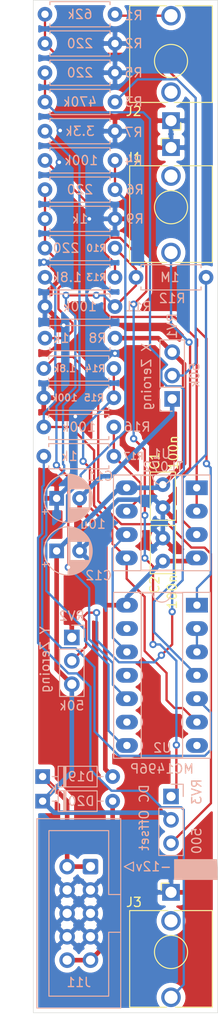
<source format=kicad_pcb>
(kicad_pcb (version 20171130) (host pcbnew "(5.1.9-0-10_14)")
  (layers (0 F.Cu signal) (31 B.Cu signal) (34 B.Paste user) (35 F.Paste user) (36 B.SilkS user) (37 F.SilkS user) (38 B.Mask user) (39 F.Mask user) (44 Edge.Cuts user))
  (net 0 "")
  (net 1 +12V)
  (net 2 Earth)
  (net 3 -12V)
  (net 4 "Net-(D19-Pad1)")
  (net 5 "Net-(D20-Pad2)")
  (net 6 "Net-(J1-PadT)")
  (net 7 "Net-(J2-PadT)")
  (net 8 "Net-(J3-PadT)")
  (net 9 "Net-(R1-Pad1)")
  (net 10 "Net-(R3-Pad2)")
  (net 11 "Net-(R3-Pad1)")
  (net 12 "Net-(R4-Pad2)")
  (net 13 "Net-(R4-Pad1)")
  (net 14 "Net-(R10-Pad2)")
  (net 15 "Net-(R7-Pad1)")
  (net 16 "Net-(R10-Pad1)")
  (net 17 "Net-(R12-Pad1)")
  (net 18 "Net-(R13-Pad2)")
  (net 19 "Net-(R13-Pad1)")
  (net 20 "Net-(R14-Pad2)")
  (net 21 "Net-(R14-Pad1)")
  (net 22 "Net-(R16-Pad1)")
  (net 23 "Net-(U2-Pad2)")
  (module Package_DIP:DIP-14_W7.62mm_Socket_LongPads (layer B.Cu) (at 152.0444 105.2068 180)
    (fp_text reference U2 (at 3.7592 -15.494) (layer B.SilkS) (effects (justify mirror)))
    (fp_text value MC1496P (at 3.81 -17.78 180) (layer B.SilkS) (effects (justify mirror)))
    (pad 14 thru_hole oval (at 7.62 0 180) (size 2.4 1.6) (drill 0.8) (layers *.Cu *.Mask) (net 3 -12V))
    (pad 7 thru_hole oval (at 0 -15.24 180) (size 2.4 1.6) (drill 0.8) (layers *.Cu *.Mask))
    (pad 13 thru_hole oval (at 7.62 -2.54 180) (size 2.4 1.6) (drill 0.8) (layers *.Cu *.Mask))
    (pad 6 thru_hole oval (at 0 -12.7 180) (size 2.4 1.6) (drill 0.8) (layers *.Cu *.Mask) (net 20 "Net-(R14-Pad2)"))
    (pad 12 thru_hole oval (at 7.62 -5.08 180) (size 2.4 1.6) (drill 0.8) (layers *.Cu *.Mask) (net 18 "Net-(R13-Pad2)"))
    (pad 5 thru_hole oval (at 0 -10.16 180) (size 2.4 1.6) (drill 0.8) (layers *.Cu *.Mask) (net 15 "Net-(R7-Pad1)"))
    (pad 11 thru_hole oval (at 7.62 -7.62 180) (size 2.4 1.6) (drill 0.8) (layers *.Cu *.Mask))
    (pad 4 thru_hole oval (at 0 -7.62 180) (size 2.4 1.6) (drill 0.8) (layers *.Cu *.Mask) (net 11 "Net-(R3-Pad1)"))
    (pad 10 thru_hole oval (at 7.62 -10.16 180) (size 2.4 1.6) (drill 0.8) (layers *.Cu *.Mask) (net 16 "Net-(R10-Pad1)"))
    (pad 3 thru_hole oval (at 0 -5.08 180) (size 2.4 1.6) (drill 0.8) (layers *.Cu *.Mask) (net 23 "Net-(U2-Pad2)"))
    (pad 9 thru_hole oval (at 7.62 -12.7 180) (size 2.4 1.6) (drill 0.8) (layers *.Cu *.Mask))
    (pad 2 thru_hole oval (at 0 -2.54 180) (size 2.4 1.6) (drill 0.8) (layers *.Cu *.Mask) (net 23 "Net-(U2-Pad2)"))
    (pad 8 thru_hole oval (at 7.62 -15.24 180) (size 2.4 1.6) (drill 0.8) (layers *.Cu *.Mask) (net 13 "Net-(R4-Pad1)"))
    (pad 1 thru_hole rect (at 0 0 180) (size 2.4 1.6) (drill 0.8) (layers *.Cu *.Mask) (net 9 "Net-(R1-Pad1)"))
  )
  (module Package_DIP:DIP-8_W7.62mm_Socket_LongPads (layer B.Cu) (at 152.019 92.456 180)
    (fp_text reference U1 (at 3.81 3.683) (layer B.SilkS) (effects (justify mirror)))
    (fp_text value TL072 (at 3.683 2.286 180) (layer B.SilkS) (effects (justify mirror)))
    (pad 8 thru_hole oval (at 7.62 0 180) (size 2.4 1.6) (drill 0.8) (layers *.Cu *.Mask) (net 1 +12V))
    (pad 4 thru_hole oval (at 0 -7.62 180) (size 2.4 1.6) (drill 0.8) (layers *.Cu *.Mask) (net 3 -12V))
    (pad 7 thru_hole oval (at 7.62 -2.54 180) (size 2.4 1.6) (drill 0.8) (layers *.Cu *.Mask) (net 22 "Net-(R16-Pad1)"))
    (pad 3 thru_hole oval (at 0 -5.08 180) (size 2.4 1.6) (drill 0.8) (layers *.Cu *.Mask) (net 6 "Net-(J1-PadT)"))
    (pad 6 thru_hole oval (at 7.62 -5.08 180) (size 2.4 1.6) (drill 0.8) (layers *.Cu *.Mask) (net 18 "Net-(R13-Pad2)"))
    (pad 2 thru_hole oval (at 0 -2.54 180) (size 2.4 1.6) (drill 0.8) (layers *.Cu *.Mask) (net 12 "Net-(R4-Pad2)"))
    (pad 5 thru_hole oval (at 7.62 -7.62 180) (size 2.4 1.6) (drill 0.8) (layers *.Cu *.Mask) (net 20 "Net-(R14-Pad2)"))
    (pad 1 thru_hole rect (at 0 0 180) (size 2.4 1.6) (drill 0.8) (layers *.Cu *.Mask) (net 12 "Net-(R4-Pad2)"))
  )
  (module Connector_PinHeader_2.54mm:PinHeader_1x03_P2.54mm_Vertical (layer B.Cu) (at 149.225 125.984 180)
    (fp_text reference RV3 (at -2.794 0.508 90) (layer B.SilkS) (effects (justify mirror)))
    (fp_text value 500 (at -2.794 -4.826 90) (layer B.SilkS) (effects (justify mirror)))
    (pad 3 thru_hole oval (at 0 -5.08 180) (size 1.7 1.7) (drill 1) (layers *.Cu *.Mask) (net 21 "Net-(R14-Pad1)"))
    (pad 2 thru_hole oval (at 0 -2.54 180) (size 1.7 1.7) (drill 1) (layers *.Cu *.Mask) (net 1 +12V))
    (pad 1 thru_hole rect (at 0 0 180) (size 1.7 1.7) (drill 1) (layers *.Cu *.Mask) (net 19 "Net-(R13-Pad1)"))
  )
  (module Connector_PinHeader_2.54mm:PinHeader_1x03_P2.54mm_Vertical (layer B.Cu) (at 138.43 108.712 180)
    (fp_text reference RV2 (at 0 2.33) (layer B.SilkS) (effects (justify mirror)))
    (fp_text value 50k (at 0 -7.41) (layer B.SilkS) (effects (justify mirror)))
    (pad 3 thru_hole oval (at 0 -5.08 180) (size 1.7 1.7) (drill 1) (layers *.Cu *.Mask) (net 1 +12V))
    (pad 2 thru_hole oval (at 0 -2.54 180) (size 1.7 1.7) (drill 1) (layers *.Cu *.Mask) (net 17 "Net-(R12-Pad1)"))
    (pad 1 thru_hole rect (at 0 0 180) (size 1.7 1.7) (drill 1) (layers *.Cu *.Mask) (net 2 Earth))
  )
  (module Connector_PinHeader_2.54mm:PinHeader_1x03_P2.54mm_Vertical (layer B.Cu) (at 149.352 82.804)
    (fp_text reference RV1 (at 0 -7.9248 90) (layer B.SilkS) (effects (justify mirror)))
    (fp_text value 50k (at 2.4384 -2.5908 90) (layer B.SilkS) (effects (justify mirror)))
    (pad 3 thru_hole oval (at 0 -5.08) (size 1.7 1.7) (drill 1) (layers *.Cu *.Mask) (net 1 +12V))
    (pad 2 thru_hole oval (at 0 -2.54) (size 1.7 1.7) (drill 1) (layers *.Cu *.Mask) (net 10 "Net-(R3-Pad2)"))
    (pad 1 thru_hole rect (at 0 0) (size 1.7 1.7) (drill 1) (layers *.Cu *.Mask) (net 3 -12V))
  )
  (module Resistor_THT:R_Axial_DIN0207_L6.3mm_D2.5mm_P7.62mm_Horizontal (layer B.Cu) (at 135.382 89.027)
    (fp_text reference R17 (at 9.779 0) (layer B.SilkS) (effects (font (size 0.75 0.75)) (justify mirror)))
    (fp_text value 1k (at 2.794 0) (layer B.SilkS) (effects (justify mirror)))
    (pad 2 thru_hole oval (at 7.62 0) (size 1.6 1.6) (drill 0.8) (layers *.Cu *.Mask) (net 22 "Net-(R16-Pad1)"))
    (pad 1 thru_hole circle (at 0 0) (size 1.6 1.6) (drill 0.8) (layers *.Cu *.Mask) (net 8 "Net-(J3-PadT)"))
  )
  (module Resistor_THT:R_Axial_DIN0207_L6.3mm_D2.5mm_P7.62mm_Horizontal (layer B.Cu) (at 143.002 85.852 180)
    (fp_text reference R16 (at -2.54 0) (layer B.SilkS) (effects (justify mirror)))
    (fp_text value 100k (at 3.81 0) (layer B.SilkS) (effects (justify mirror)))
    (pad 2 thru_hole oval (at 7.62 0 180) (size 1.6 1.6) (drill 0.8) (layers *.Cu *.Mask) (net 18 "Net-(R13-Pad2)"))
    (pad 1 thru_hole circle (at 0 0 180) (size 1.6 1.6) (drill 0.8) (layers *.Cu *.Mask) (net 22 "Net-(R16-Pad1)"))
  )
  (module Resistor_THT:R_Axial_DIN0207_L6.3mm_D2.5mm_P7.62mm_Horizontal (layer B.Cu) (at 143.002 82.677 180)
    (fp_text reference R15 (at 2.159 0) (layer B.SilkS) (effects (font (size 0.75 0.75)) (justify mirror)))
    (fp_text value 100k (at 5.334 0) (layer B.SilkS) (effects (font (size 0.75 0.75)) (justify mirror)))
    (pad 2 thru_hole oval (at 7.62 0 180) (size 1.6 1.6) (drill 0.8) (layers *.Cu *.Mask) (net 2 Earth))
    (pad 1 thru_hole circle (at 0 0 180) (size 1.6 1.6) (drill 0.8) (layers *.Cu *.Mask) (net 20 "Net-(R14-Pad2)"))
  )
  (module Resistor_THT:R_Axial_DIN0207_L6.3mm_D2.5mm_P7.62mm_Horizontal (layer B.Cu) (at 135.382 79.502)
    (fp_text reference R14 (at 5.588 0) (layer B.SilkS) (effects (font (size 0.75 0.75)) (justify mirror)))
    (fp_text value 1.8k (at 2.286 0) (layer B.SilkS) (effects (font (size 0.75 0.75)) (justify mirror)))
    (pad 2 thru_hole oval (at 7.62 0) (size 1.6 1.6) (drill 0.8) (layers *.Cu *.Mask) (net 20 "Net-(R14-Pad2)"))
    (pad 1 thru_hole circle (at 0 0) (size 1.6 1.6) (drill 0.8) (layers *.Cu *.Mask) (net 21 "Net-(R14-Pad1)"))
  )
  (module Resistor_THT:R_Axial_DIN0207_L6.3mm_D2.5mm_P7.62mm_Horizontal (layer B.Cu) (at 143.129 69.596 180)
    (fp_text reference R13 (at 2.032 0) (layer B.SilkS) (effects (font (size 0.75 0.75)) (justify mirror)))
    (fp_text value 1.8k (at 5.207 0) (layer B.SilkS) (effects (justify mirror)))
    (pad 2 thru_hole oval (at 7.62 0 180) (size 1.6 1.6) (drill 0.8) (layers *.Cu *.Mask) (net 18 "Net-(R13-Pad2)"))
    (pad 1 thru_hole circle (at 0 0 180) (size 1.6 1.6) (drill 0.8) (layers *.Cu *.Mask) (net 19 "Net-(R13-Pad1)"))
  )
  (module Resistor_THT:R_Axial_DIN0207_L6.3mm_D2.5mm_P7.62mm_Horizontal (layer B.Cu) (at 153.035 69.596 180)
    (fp_text reference R12 (at 3.683 -2.286) (layer B.SilkS) (effects (justify mirror)))
    (fp_text value 1M (at 3.937 0) (layer B.SilkS) (effects (justify mirror)))
    (pad 2 thru_hole oval (at 7.62 0 180) (size 1.6 1.6) (drill 0.8) (layers *.Cu *.Mask) (net 16 "Net-(R10-Pad1)"))
    (pad 1 thru_hole circle (at 0 0 180) (size 1.6 1.6) (drill 0.8) (layers *.Cu *.Mask) (net 17 "Net-(R12-Pad1)"))
  )
  (module Resistor_THT:R_Axial_DIN0207_L6.3mm_D2.5mm_P7.62mm_Horizontal (layer B.Cu) (at 143.129 72.771 180)
    (fp_text reference R11 (at -2.54 0) (layer B.SilkS) (effects (justify mirror)))
    (fp_text value 100k (at 3.81 0) (layer B.SilkS) (effects (justify mirror)))
    (pad 2 thru_hole oval (at 7.62 0 180) (size 1.6 1.6) (drill 0.8) (layers *.Cu *.Mask) (net 2 Earth))
    (pad 1 thru_hole circle (at 0 0 180) (size 1.6 1.6) (drill 0.8) (layers *.Cu *.Mask) (net 16 "Net-(R10-Pad1)"))
  )
  (module Resistor_THT:R_Axial_DIN0207_L6.3mm_D2.5mm_P7.62mm_Horizontal (layer B.Cu) (at 143.129 66.421 180)
    (fp_text reference R10 (at 2.032 0) (layer B.SilkS) (effects (font (size 0.75 0.75)) (justify mirror)))
    (fp_text value 220 (at 5.334 0) (layer B.SilkS) (effects (justify mirror)))
    (pad 2 thru_hole oval (at 7.62 0 180) (size 1.6 1.6) (drill 0.8) (layers *.Cu *.Mask) (net 14 "Net-(R10-Pad2)"))
    (pad 1 thru_hole circle (at 0 0 180) (size 1.6 1.6) (drill 0.8) (layers *.Cu *.Mask) (net 16 "Net-(R10-Pad1)"))
  )
  (module Resistor_THT:R_Axial_DIN0207_L6.3mm_D2.5mm_P7.62mm_Horizontal (layer B.Cu) (at 135.509 63.246)
    (fp_text reference R9 (at 9.779 0) (layer B.SilkS) (effects (justify mirror)))
    (fp_text value 1k (at 3.81 0) (layer B.SilkS) (effects (justify mirror)))
    (pad 2 thru_hole oval (at 7.62 0) (size 1.6 1.6) (drill 0.8) (layers *.Cu *.Mask) (net 2 Earth))
    (pad 1 thru_hole circle (at 0 0) (size 1.6 1.6) (drill 0.8) (layers *.Cu *.Mask) (net 14 "Net-(R10-Pad2)"))
  )
  (module Resistor_THT:R_Axial_DIN0207_L6.3mm_D2.5mm_P7.62mm_Horizontal (layer B.Cu) (at 143.129 76.2 180)
    (fp_text reference R8 (at 1.905 0) (layer B.SilkS) (effects (justify mirror)))
    (fp_text value 1k (at 5.842 0) (layer B.SilkS) (effects (justify mirror)))
    (pad 2 thru_hole oval (at 7.62 0 180) (size 1.6 1.6) (drill 0.8) (layers *.Cu *.Mask) (net 14 "Net-(R10-Pad2)"))
    (pad 1 thru_hole circle (at 0 0 180) (size 1.6 1.6) (drill 0.8) (layers *.Cu *.Mask) (net 1 +12V))
  )
  (module Resistor_THT:R_Axial_DIN0207_L6.3mm_D2.5mm_P7.62mm_Horizontal (layer B.Cu) (at 135.509 53.721)
    (fp_text reference R7 (at 9.652 0.127) (layer B.SilkS) (effects (justify mirror)))
    (fp_text value 3.3k (at 3.81 0) (layer B.SilkS) (effects (justify mirror)))
    (pad 2 thru_hole oval (at 7.62 0) (size 1.6 1.6) (drill 0.8) (layers *.Cu *.Mask) (net 2 Earth))
    (pad 1 thru_hole circle (at 0 0) (size 1.6 1.6) (drill 0.8) (layers *.Cu *.Mask) (net 15 "Net-(R7-Pad1)"))
  )
  (module Resistor_THT:R_Axial_DIN0207_L6.3mm_D2.5mm_P7.62mm_Horizontal (layer B.Cu) (at 135.509 60.071)
    (fp_text reference R6 (at 9.779 0) (layer B.SilkS) (effects (justify mirror)))
    (fp_text value 220 (at 3.81 0) (layer B.SilkS) (effects (justify mirror)))
    (pad 2 thru_hole oval (at 7.62 0) (size 1.6 1.6) (drill 0.8) (layers *.Cu *.Mask) (net 13 "Net-(R4-Pad1)"))
    (pad 1 thru_hole circle (at 0 0) (size 1.6 1.6) (drill 0.8) (layers *.Cu *.Mask) (net 14 "Net-(R10-Pad2)"))
  )
  (module Resistor_THT:R_Axial_DIN0207_L6.3mm_D2.5mm_P7.62mm_Horizontal (layer B.Cu) (at 135.509 47.371)
    (fp_text reference R5 (at 9.652 0) (layer B.SilkS) (effects (justify mirror)))
    (fp_text value 220 (at 3.81 0) (layer B.SilkS) (effects (justify mirror)))
    (pad 2 thru_hole oval (at 7.62 0) (size 1.6 1.6) (drill 0.8) (layers *.Cu *.Mask) (net 2 Earth))
    (pad 1 thru_hole circle (at 0 0) (size 1.6 1.6) (drill 0.8) (layers *.Cu *.Mask) (net 11 "Net-(R3-Pad1)"))
  )
  (module Resistor_THT:R_Axial_DIN0207_L6.3mm_D2.5mm_P7.62mm_Horizontal (layer B.Cu) (at 143.129 56.896 180)
    (fp_text reference R4 (at -2.032 0) (layer B.SilkS) (effects (justify mirror)))
    (fp_text value 100k (at 3.683 0) (layer B.SilkS) (effects (justify mirror)))
    (pad 2 thru_hole oval (at 7.62 0 180) (size 1.6 1.6) (drill 0.8) (layers *.Cu *.Mask) (net 12 "Net-(R4-Pad2)"))
    (pad 1 thru_hole circle (at 0 0 180) (size 1.6 1.6) (drill 0.8) (layers *.Cu *.Mask) (net 13 "Net-(R4-Pad1)"))
  )
  (module Resistor_THT:R_Axial_DIN0207_L6.3mm_D2.5mm_P7.62mm_Horizontal (layer B.Cu) (at 135.509 50.546)
    (fp_text reference R3 (at 9.652 0) (layer B.SilkS) (effects (justify mirror)))
    (fp_text value 470k (at 3.81 0) (layer B.SilkS) (effects (justify mirror)))
    (pad 2 thru_hole oval (at 7.62 0) (size 1.6 1.6) (drill 0.8) (layers *.Cu *.Mask) (net 10 "Net-(R3-Pad2)"))
    (pad 1 thru_hole circle (at 0 0) (size 1.6 1.6) (drill 0.8) (layers *.Cu *.Mask) (net 11 "Net-(R3-Pad1)"))
  )
  (module Resistor_THT:R_Axial_DIN0207_L6.3mm_D2.5mm_P7.62mm_Horizontal (layer B.Cu) (at 135.509 44.196)
    (fp_text reference R2 (at 9.652 0) (layer B.SilkS) (effects (justify mirror)))
    (fp_text value 220 (at 3.81 0) (layer B.SilkS) (effects (justify mirror)))
    (pad 2 thru_hole oval (at 7.62 0) (size 1.6 1.6) (drill 0.8) (layers *.Cu *.Mask) (net 2 Earth))
    (pad 1 thru_hole circle (at 0 0) (size 1.6 1.6) (drill 0.8) (layers *.Cu *.Mask) (net 9 "Net-(R1-Pad1)"))
  )
  (module Resistor_THT:R_Axial_DIN0207_L6.3mm_D2.5mm_P7.62mm_Horizontal (layer B.Cu) (at 135.509 41.021)
    (fp_text reference R1 (at 9.652 0.127) (layer B.SilkS) (effects (justify mirror)))
    (fp_text value 62k (at 3.81 0) (layer B.SilkS) (effects (justify mirror)))
    (pad 2 thru_hole oval (at 7.62 0) (size 1.6 1.6) (drill 0.8) (layers *.Cu *.Mask) (net 7 "Net-(J2-PadT)"))
    (pad 1 thru_hole circle (at 0 0) (size 1.6 1.6) (drill 0.8) (layers *.Cu *.Mask) (net 9 "Net-(R1-Pad1)"))
  )
  (module Connector_IDC:IDC-Header_2x05_P2.54mm_Vertical (layer B.Cu) (at 140.462 133.604 180)
    (fp_text reference J11 (at 1.27 -12.573) (layer B.SilkS) (effects (justify mirror)))
    (fp_text value Conn_02x05_Odd_Even)
    (pad 10 thru_hole circle (at 2.54 -10.16 180) (size 1.7 1.7) (drill 1) (layers *.Cu *.Mask) (net 5 "Net-(D20-Pad2)"))
    (pad 8 thru_hole circle (at 2.54 -7.62 180) (size 1.7 1.7) (drill 1) (layers *.Cu *.Mask) (net 2 Earth))
    (pad 6 thru_hole circle (at 2.54 -5.08 180) (size 1.7 1.7) (drill 1) (layers *.Cu *.Mask) (net 2 Earth))
    (pad 4 thru_hole circle (at 2.54 -2.54 180) (size 1.7 1.7) (drill 1) (layers *.Cu *.Mask) (net 2 Earth))
    (pad 2 thru_hole circle (at 2.54 0 180) (size 1.7 1.7) (drill 1) (layers *.Cu *.Mask) (net 4 "Net-(D19-Pad1)"))
    (pad 9 thru_hole circle (at 0 -10.16 180) (size 1.7 1.7) (drill 1) (layers *.Cu *.Mask) (net 5 "Net-(D20-Pad2)"))
    (pad 7 thru_hole circle (at 0 -7.62 180) (size 1.7 1.7) (drill 1) (layers *.Cu *.Mask) (net 2 Earth))
    (pad 5 thru_hole circle (at 0 -5.08 180) (size 1.7 1.7) (drill 1) (layers *.Cu *.Mask) (net 2 Earth))
    (pad 3 thru_hole circle (at 0 -2.54 180) (size 1.7 1.7) (drill 1) (layers *.Cu *.Mask) (net 2 Earth))
    (pad 1 thru_hole roundrect (at 0 0 180) (size 1.7 1.7) (drill 1) (layers *.Cu *.Mask) (roundrect_rratio 0.1470588235294118) (net 4 "Net-(D19-Pad1)"))
  )
  (module Connector_Audio:Jack_3.5mm_QingPu_WQP-PJ398SM_Vertical_CircularHoles (layer F.Cu) (at 149.225 136.398)
    (fp_text reference J3 (at -4.03 1.08 180) (layer F.SilkS))
    (fp_text value AudioJack2)
    (pad T thru_hole circle (at 0 11.4 180) (size 2.13 2.13) (drill 1.43) (layers *.Cu *.Mask) (net 8 "Net-(J3-PadT)"))
    (pad S thru_hole rect (at 0 0 180) (size 1.93 1.83) (drill 1.22) (layers *.Cu *.Mask) (net 2 Earth))
    (pad TN thru_hole circle (at 0 3.1 180) (size 2.13 2.13) (drill 1.42) (layers *.Cu *.Mask))
  )
  (module Connector_Audio:Jack_3.5mm_QingPu_WQP-PJ398SM_Vertical_CircularHoles (layer F.Cu) (at 149.225 52.578 180)
    (fp_text reference J2 (at 4.064 1.016 180) (layer F.SilkS))
    (fp_text value AudioJack2)
    (pad T thru_hole circle (at 0 11.4) (size 2.13 2.13) (drill 1.43) (layers *.Cu *.Mask) (net 7 "Net-(J2-PadT)"))
    (pad S thru_hole rect (at 0 0) (size 1.93 1.83) (drill 1.22) (layers *.Cu *.Mask) (net 2 Earth))
    (pad TN thru_hole circle (at 0 3.1) (size 2.13 2.13) (drill 1.42) (layers *.Cu *.Mask))
  )
  (module Connector_Audio:Jack_3.5mm_QingPu_WQP-PJ398SM_Vertical_CircularHoles (layer F.Cu) (at 149.225 55.499)
    (fp_text reference J1 (at -4.03 1.08 180) (layer F.SilkS))
    (fp_text value AudioJack2)
    (pad T thru_hole circle (at 0 11.4 180) (size 2.13 2.13) (drill 1.43) (layers *.Cu *.Mask) (net 6 "Net-(J1-PadT)"))
    (pad S thru_hole rect (at 0 0 180) (size 1.93 1.83) (drill 1.22) (layers *.Cu *.Mask) (net 2 Earth))
    (pad TN thru_hole circle (at 0 3.1 180) (size 2.13 2.13) (drill 1.42) (layers *.Cu *.Mask))
  )
  (module Diode_THT:D_DO-35_SOD27_P7.62mm_Horizontal (layer B.Cu) (at 135.255 126.492)
    (fp_text reference D20 (at 4.191 0) (layer B.SilkS) (effects (justify mirror)))
    (fp_text value D_Schottky)
    (fp_text user K (at 1.143 -1.27) (layer B.SilkS) (effects (justify mirror)))
    (pad 2 thru_hole oval (at 7.62 0) (size 1.6 1.6) (drill 0.8) (layers *.Cu *.Mask) (net 5 "Net-(D20-Pad2)"))
    (pad 1 thru_hole rect (at 0 0) (size 1.6 1.6) (drill 0.8) (layers *.Cu *.Mask) (net 1 +12V))
  )
  (module Diode_THT:D_DO-35_SOD27_P7.62mm_Horizontal (layer B.Cu) (at 135.255 123.825)
    (fp_text reference D19 (at 4.191 0) (layer B.SilkS) (effects (justify mirror)))
    (fp_text value D_Schottky)
    (fp_text user K (at 1.143 1.397) (layer B.SilkS) (effects (justify mirror)))
    (pad 2 thru_hole oval (at 7.62 0) (size 1.6 1.6) (drill 0.8) (layers *.Cu *.Mask) (net 3 -12V))
    (pad 1 thru_hole rect (at 0 0) (size 1.6 1.6) (drill 0.8) (layers *.Cu *.Mask) (net 4 "Net-(D19-Pad1)"))
  )
  (module Capacitor_THT:CP_Radial_D5.0mm_P2.50mm (layer B.Cu) (at 136.779 99.314)
    (fp_text reference C12 (at 4.572 2.667) (layer B.SilkS) (effects (justify mirror)))
    (fp_text value 10u (at 3.937 -2.921) (layer B.SilkS) (effects (justify mirror)))
    (pad 2 thru_hole circle (at 2.5 0) (size 1.6 1.6) (drill 0.8) (layers *.Cu *.Mask) (net 2 Earth))
    (pad 1 thru_hole rect (at 0 0) (size 1.6 1.6) (drill 0.8) (layers *.Cu *.Mask) (net 1 +12V))
  )
  (module Capacitor_THT:CP_Radial_D5.0mm_P2.50mm (layer B.Cu) (at 136.779 93.599)
    (fp_text reference C11 (at 4.699 -2.413 180) (layer B.SilkS) (effects (justify mirror)))
    (fp_text value 10u)
    (pad 2 thru_hole circle (at 2.5 0) (size 1.6 1.6) (drill 0.8) (layers *.Cu *.Mask) (net 3 -12V))
    (pad 1 thru_hole rect (at 0 0) (size 1.6 1.6) (drill 0.8) (layers *.Cu *.Mask) (net 2 Earth))
  )
  (module Capacitor_THT:C_Disc_D5.0mm_W2.5mm_P2.50mm (layer F.Cu) (at 148.336 97.917 270)
    (fp_text reference C2 (at 5.08 0.889 90) (layer F.SilkS))
    (fp_text value 100n (at 5.842 -1.016 90) (layer F.SilkS))
    (pad 2 thru_hole circle (at 2.5 0 270) (size 1.6 1.6) (drill 0.8) (layers *.Cu *.Mask) (net 3 -12V))
    (pad 1 thru_hole circle (at 0 0 270) (size 1.6 1.6) (drill 0.8) (layers *.Cu *.Mask) (net 2 Earth))
  )
  (module Capacitor_THT:C_Disc_D5.0mm_W2.5mm_P2.50mm (layer F.Cu) (at 148.336 94.615 90)
    (fp_text reference C1 (at 5.08 -0.889 90) (layer F.SilkS))
    (fp_text value 100n (at 5.969 1.143 90) (layer F.SilkS))
    (pad 2 thru_hole circle (at 2.5 0 90) (size 1.6 1.6) (drill 0.8) (layers *.Cu *.Mask) (net 1 +12V))
    (pad 1 thru_hole circle (at 0 0 90) (size 1.6 1.6) (drill 0.8) (layers *.Cu *.Mask) (net 2 Earth))
  )
  (gr_text "X Zeroing" (at 146.558 80.391 90) (layer B.SilkS) (effects (font (size 1 1)) (justify mirror)))
  (gr_text "Y Zeroing" (at 135.509 111.125 90) (layer B.SilkS) (effects (font (size 1 1)) (justify mirror)))
  (gr_text "DC Offset" (at 146.304 128.27 90) (layer B.SilkS) (effects (font (size 1 1)) (justify mirror)))
  (gr_poly (pts (xy 154.305 135.001) (xy 149.606 135.001) (xy 149.606 132.842) (xy 154.178 132.842)) (layer B.SilkS) (width 0.1))
  (gr_text -12v (at 147.32 133.604) (layer B.SilkS) (effects (font (size 1 1)) (justify mirror)))
  (gr_line (start 154.305 39.497) (end 134.239 39.497) (layer Edge.Cuts) (width 0.05))
  (gr_line (start 134.239 149.479) (end 134.239 39.497) (layer Edge.Cuts) (width 0.05))
  (gr_line (start 154.305 149.479) (end 134.239 149.479) (layer Edge.Cuts) (width 0.05))
  (gr_line (start 154.305 39.497) (end 154.305 149.479) (layer Edge.Cuts) (width 0.05))
  (segment (start 148.443001 127.742001) (end 149.225 128.524) (width 0.5) (layer B.Cu) (net 1))
  (segment (start 136.505001 127.742001) (end 148.443001 127.742001) (width 0.5) (layer B.Cu) (net 1))
  (segment (start 135.255 126.492) (end 136.505001 127.742001) (width 0.5) (layer B.Cu) (net 1))
  (segment (start 138.43 123.317) (end 138.43 113.792) (width 0.5) (layer B.Cu) (net 1))
  (segment (start 135.255 126.492) (end 138.43 123.317) (width 0.5) (layer B.Cu) (net 1))
  (segment (start 136.779 112.141) (end 136.779 99.314) (width 0.5) (layer F.Cu) (net 1))
  (segment (start 138.43 113.792) (end 136.779 112.141) (width 0.5) (layer F.Cu) (net 1))
  (segment (start 143.637 92.456) (end 144.399 92.456) (width 0.5) (layer B.Cu) (net 1))
  (segment (start 136.779 99.314) (end 143.637 92.456) (width 0.5) (layer B.Cu) (net 1))
  (segment (start 147.995 92.456) (end 148.336 92.115) (width 0.5) (layer B.Cu) (net 1))
  (segment (start 144.399 92.456) (end 147.995 92.456) (width 0.5) (layer B.Cu) (net 1))
  (segment (start 150.652001 89.798999) (end 150.652001 79.024001) (width 0.5) (layer F.Cu) (net 1))
  (segment (start 150.652001 79.024001) (end 149.352 77.724) (width 0.5) (layer F.Cu) (net 1))
  (segment (start 148.336 92.115) (end 150.652001 89.798999) (width 0.5) (layer F.Cu) (net 1))
  (segment (start 147.828 76.2) (end 149.352 77.724) (width 0.5) (layer F.Cu) (net 1))
  (segment (start 143.129 76.2) (end 147.828 76.2) (width 0.5) (layer F.Cu) (net 1))
  (segment (start 148.336 94.615) (end 148.336 97.917) (width 0.5) (layer B.Cu) (net 2))
  (segment (start 143.129 63.246) (end 140.335 63.246) (width 0.5) (layer B.Cu) (net 2))
  (segment (start 140.335 63.246) (end 140.335 63.246) (width 0.5) (layer B.Cu) (net 2))
  (via (at 140.335 63.246) (size 0.8) (drill 0.4) (layers F.Cu B.Cu) (net 2))
  (segment (start 136.759001 68.995999) (end 135.708002 67.945) (width 0.5) (layer F.Cu) (net 2))
  (segment (start 136.759001 70.196001) (end 136.759001 68.995999) (width 0.5) (layer F.Cu) (net 2))
  (segment (start 135.509 72.771) (end 135.509 71.446002) (width 0.5) (layer F.Cu) (net 2))
  (segment (start 135.509 71.446002) (end 136.759001 70.196001) (width 0.5) (layer F.Cu) (net 2))
  (segment (start 135.708002 67.945) (end 135.382 67.945) (width 0.5) (layer F.Cu) (net 2))
  (segment (start 135.382 67.945) (end 135.382 67.945) (width 0.5) (layer F.Cu) (net 2))
  (via (at 135.382 67.945) (size 0.8) (drill 0.4) (layers F.Cu B.Cu) (net 2))
  (segment (start 135.509 72.771) (end 137.541 74.803) (width 0.5) (layer F.Cu) (net 2))
  (via (at 137.541 74.803) (size 0.8) (drill 0.4) (layers F.Cu B.Cu) (net 2))
  (segment (start 137.541 74.803) (end 137.541 79.502) (width 0.5) (layer B.Cu) (net 2))
  (segment (start 137.541 79.502) (end 137.541 79.502) (width 0.5) (layer B.Cu) (net 2))
  (segment (start 135.382 82.677) (end 136.779 82.677) (width 0.5) (layer F.Cu) (net 2))
  (segment (start 136.779 82.677) (end 138.811 84.709) (width 0.5) (layer F.Cu) (net 2))
  (segment (start 138.811 84.709) (end 138.811 84.709) (width 0.5) (layer F.Cu) (net 2))
  (via (at 138.811 84.709) (size 0.8) (drill 0.4) (layers F.Cu B.Cu) (net 2))
  (segment (start 138.811 91.567) (end 136.779 93.599) (width 0.5) (layer B.Cu) (net 2))
  (segment (start 138.811 84.709) (end 138.811 91.567) (width 0.5) (layer B.Cu) (net 2))
  (segment (start 141.751999 78.901999) (end 142.802998 77.851) (width 0.5) (layer B.Cu) (net 2))
  (segment (start 141.751999 81.768001) (end 141.751999 78.901999) (width 0.5) (layer B.Cu) (net 2))
  (segment (start 138.811 84.709) (end 141.751999 81.768001) (width 0.5) (layer B.Cu) (net 2))
  (segment (start 142.802998 77.851) (end 143.129 77.851) (width 0.5) (layer B.Cu) (net 2))
  (segment (start 143.129 77.851) (end 143.129 77.851) (width 0.5) (layer B.Cu) (net 2))
  (via (at 143.129 77.851) (size 0.8) (drill 0.4) (layers F.Cu B.Cu) (net 2))
  (segment (start 143.129 77.851) (end 144.018 77.851) (width 0.5) (layer F.Cu) (net 2))
  (segment (start 147.085999 93.364999) (end 148.336 94.615) (width 0.5) (layer F.Cu) (net 2))
  (segment (start 147.085999 80.918999) (end 147.085999 93.364999) (width 0.5) (layer F.Cu) (net 2))
  (segment (start 144.018 77.851) (end 147.085999 80.918999) (width 0.5) (layer F.Cu) (net 2))
  (segment (start 147.46699 93.74599) (end 148.336 94.615) (width 0.5) (layer B.Cu) (net 2))
  (segment (start 143.481229 93.74599) (end 147.46699 93.74599) (width 0.5) (layer B.Cu) (net 2))
  (segment (start 139.279 97.948219) (end 143.481229 93.74599) (width 0.5) (layer B.Cu) (net 2))
  (segment (start 139.279 99.314) (end 139.279 97.948219) (width 0.5) (layer B.Cu) (net 2))
  (via (at 137.16 53.6448) (size 0.8) (drill 0.4) (layers F.Cu B.Cu) (net 2))
  (via (at 137.0584 57.0992) (size 0.8) (drill 0.4) (layers F.Cu B.Cu) (net 2))
  (segment (start 142.075001 123.025001) (end 142.075001 105.701999) (width 0.5) (layer F.Cu) (net 3))
  (segment (start 142.875 123.825) (end 142.075001 123.025001) (width 0.5) (layer F.Cu) (net 3))
  (segment (start 151.678 100.417) (end 152.019 100.076) (width 0.5) (layer F.Cu) (net 3))
  (segment (start 148.336 100.417) (end 151.678 100.417) (width 0.5) (layer F.Cu) (net 3))
  (segment (start 149.352 84.527002) (end 149.352 82.804) (width 0.5) (layer B.Cu) (net 3))
  (segment (start 139.279 93.599) (end 141.67201 91.20599) (width 0.5) (layer B.Cu) (net 3))
  (segment (start 141.67201 91.20599) (end 142.673012 91.20599) (width 0.5) (layer B.Cu) (net 3))
  (segment (start 142.673012 91.20599) (end 149.352 84.527002) (width 0.5) (layer B.Cu) (net 3))
  (segment (start 142.075001 97.526371) (end 139.279 94.73037) (width 0.5) (layer F.Cu) (net 3))
  (segment (start 139.279 94.73037) (end 139.279 93.599) (width 0.5) (layer F.Cu) (net 3))
  (segment (start 142.1892 105.2068) (end 142.075001 105.320999) (width 0.5) (layer F.Cu) (net 3))
  (segment (start 142.075001 105.320999) (end 142.075001 97.526371) (width 0.5) (layer F.Cu) (net 3))
  (segment (start 144.4244 105.2068) (end 142.1892 105.2068) (width 0.5) (layer F.Cu) (net 3))
  (segment (start 142.075001 105.701999) (end 142.075001 105.320999) (width 0.5) (layer F.Cu) (net 3))
  (segment (start 140.462 133.604) (end 137.922 133.604) (width 0.5) (layer F.Cu) (net 4))
  (segment (start 137.922 126.492) (end 135.255 123.825) (width 0.5) (layer F.Cu) (net 4))
  (segment (start 137.922 133.604) (end 137.922 126.492) (width 0.5) (layer F.Cu) (net 4))
  (segment (start 137.922 143.764) (end 140.462 143.764) (width 0.5) (layer F.Cu) (net 5))
  (segment (start 142.875 141.351) (end 140.462 143.764) (width 0.5) (layer F.Cu) (net 5))
  (segment (start 142.875 126.492) (end 142.875 141.351) (width 0.5) (layer F.Cu) (net 5))
  (via (at 151.184989 76.639041) (size 0.8) (drill 0.4) (layers F.Cu B.Cu) (net 6))
  (segment (start 150.493999 96.010999) (end 150.493999 91.060001) (width 0.25) (layer F.Cu) (net 6))
  (segment (start 152.019 97.536) (end 150.493999 96.010999) (width 0.25) (layer F.Cu) (net 6))
  (segment (start 149.225 66.772) (end 149.225 74.679052) (width 0.25) (layer B.Cu) (net 6))
  (segment (start 150.493999 91.060001) (end 151.300045 90.253955) (width 0.25) (layer F.Cu) (net 6))
  (segment (start 151.300045 76.754097) (end 151.184989 76.639041) (width 0.25) (layer F.Cu) (net 6))
  (segment (start 151.300045 90.253955) (end 151.300045 76.754097) (width 0.25) (layer F.Cu) (net 6))
  (segment (start 149.225 74.679052) (end 151.184989 76.639041) (width 0.25) (layer B.Cu) (net 6))
  (segment (start 143.286 41.178) (end 143.129 41.021) (width 0.25) (layer F.Cu) (net 7))
  (segment (start 149.225 41.178) (end 143.286 41.178) (width 0.25) (layer F.Cu) (net 7))
  (segment (start 148.114999 127.159001) (end 150.335001 127.159001) (width 0.25) (layer B.Cu) (net 8))
  (segment (start 150.335001 127.159001) (end 150.615001 127.439001) (width 0.25) (layer B.Cu) (net 8))
  (segment (start 150.615001 146.407999) (end 149.225 147.798) (width 0.25) (layer B.Cu) (net 8))
  (segment (start 150.615001 127.439001) (end 150.615001 146.407999) (width 0.25) (layer B.Cu) (net 8))
  (segment (start 148.049999 127.094001) (end 148.114999 127.159001) (width 0.25) (layer B.Cu) (net 8))
  (segment (start 135.509 41.021) (end 135.509 44.196) (width 0.25) (layer F.Cu) (net 9))
  (segment (start 153.54401 90.287418) (end 153.085955 89.829363) (width 0.25) (layer B.Cu) (net 9))
  (segment (start 151.909999 50.105797) (end 151.909999 75.072178) (width 0.25) (layer F.Cu) (net 9))
  (segment (start 136.634001 45.321001) (end 147.125203 45.321001) (width 0.25) (layer F.Cu) (net 9))
  (via (at 153.085955 89.829363) (size 0.8) (drill 0.4) (layers F.Cu B.Cu) (net 9))
  (segment (start 147.125203 45.321001) (end 151.909999 50.105797) (width 0.25) (layer F.Cu) (net 9))
  (segment (start 135.509 44.196) (end 136.634001 45.321001) (width 0.25) (layer F.Cu) (net 9))
  (segment (start 153.085955 76.248134) (end 153.085955 89.829363) (width 0.25) (layer F.Cu) (net 9))
  (segment (start 153.54401 101.85299) (end 153.54401 90.287418) (width 0.25) (layer B.Cu) (net 9))
  (segment (start 151.909999 75.072178) (end 153.085955 76.248134) (width 0.25) (layer F.Cu) (net 9))
  (segment (start 152.0444 103.3526) (end 153.54401 101.85299) (width 0.25) (layer B.Cu) (net 9))
  (segment (start 152.0444 105.2068) (end 152.0444 103.3526) (width 0.25) (layer B.Cu) (net 9))
  (segment (start 150.554081 80.264) (end 151.909999 78.908082) (width 0.25) (layer B.Cu) (net 10))
  (segment (start 151.909999 50.105797) (end 149.892201 48.087999) (width 0.25) (layer B.Cu) (net 10))
  (segment (start 151.909999 78.908082) (end 151.909999 50.105797) (width 0.25) (layer B.Cu) (net 10))
  (segment (start 145.587001 48.087999) (end 143.129 50.546) (width 0.25) (layer B.Cu) (net 10))
  (segment (start 149.352 80.264) (end 150.554081 80.264) (width 0.25) (layer B.Cu) (net 10))
  (segment (start 149.892201 48.087999) (end 145.587001 48.087999) (width 0.25) (layer B.Cu) (net 10))
  (segment (start 135.509 47.371) (end 135.509 50.546) (width 0.25) (layer F.Cu) (net 11))
  (segment (start 152.019 92.456) (end 152.019 94.996) (width 0.25) (layer F.Cu) (net 12))
  (segment (start 142.003999 67.597411) (end 142.003999 73.311001) (width 0.25) (layer F.Cu) (net 12))
  (segment (start 152.019 77.092846) (end 152.019 91.406) (width 0.25) (layer F.Cu) (net 12))
  (segment (start 141.553988 67.147401) (end 142.003999 67.597411) (width 0.25) (layer F.Cu) (net 12))
  (segment (start 142.588999 73.896001) (end 149.610185 73.896001) (width 0.25) (layer F.Cu) (net 12))
  (segment (start 152.019 91.406) (end 152.019 92.456) (width 0.25) (layer F.Cu) (net 12))
  (segment (start 152.065013 76.350829) (end 152.065013 77.046833) (width 0.25) (layer F.Cu) (net 12))
  (segment (start 141.553988 62.940988) (end 141.553988 67.147401) (width 0.25) (layer F.Cu) (net 12))
  (segment (start 142.003999 73.311001) (end 142.588999 73.896001) (width 0.25) (layer F.Cu) (net 12))
  (segment (start 152.065013 77.046833) (end 152.019 77.092846) (width 0.25) (layer F.Cu) (net 12))
  (segment (start 149.610185 73.896001) (end 152.065013 76.350829) (width 0.25) (layer F.Cu) (net 12))
  (segment (start 135.509 56.896) (end 141.553988 62.940988) (width 0.25) (layer F.Cu) (net 12))
  (segment (start 143.129 56.896) (end 143.129 60.071) (width 0.25) (layer F.Cu) (net 13))
  (segment (start 135.509 60.071) (end 135.509 63.246) (width 0.25) (layer F.Cu) (net 14))
  (segment (start 135.509 63.246) (end 135.509 66.421) (width 0.25) (layer F.Cu) (net 14))
  (segment (start 135.509 76.2) (end 137.719188 76.2) (width 0.25) (layer F.Cu) (net 14))
  (segment (start 136.97301 73.040822) (end 136.97301 70.79518) (width 0.25) (layer F.Cu) (net 14))
  (segment (start 136.97301 70.79518) (end 137.334012 70.434178) (width 0.25) (layer F.Cu) (net 14))
  (segment (start 137.719188 76.2) (end 138.49701 75.422178) (width 0.25) (layer F.Cu) (net 14))
  (segment (start 138.49701 75.422178) (end 138.49701 74.564822) (width 0.25) (layer F.Cu) (net 14))
  (segment (start 137.334012 70.434178) (end 137.334012 68.246012) (width 0.25) (layer F.Cu) (net 14))
  (segment (start 138.49701 74.564822) (end 136.97301 73.040822) (width 0.25) (layer F.Cu) (net 14))
  (segment (start 137.334012 68.246012) (end 135.509 66.421) (width 0.25) (layer F.Cu) (net 14))
  (segment (start 145.415 68.707) (end 145.415 69.596) (width 0.25) (layer F.Cu) (net 16))
  (segment (start 143.129 66.421) (end 145.415 68.707) (width 0.25) (layer F.Cu) (net 16))
  (segment (start 145.415 70.485) (end 145.415 69.596) (width 0.25) (layer F.Cu) (net 16))
  (segment (start 143.129 72.771) (end 145.415 70.485) (width 0.25) (layer F.Cu) (net 16))
  (segment (start 144.4244 104.3286) (end 144.4244 105.2068) (width 0.5) (layer B.Cu) (net 3))
  (segment (start 148.336 100.417) (end 144.4244 104.3286) (width 0.5) (layer B.Cu) (net 3))
  (segment (start 146.384997 125.366999) (end 148.049999 127.032001) (width 0.25) (layer B.Cu) (net 8))
  (segment (start 142.751997 125.366999) (end 146.384997 125.366999) (width 0.25) (layer B.Cu) (net 8))
  (segment (start 135.203988 92.352599) (end 135.203988 97.431189) (width 0.25) (layer B.Cu) (net 8))
  (segment (start 138.994001 112.616999) (end 140.450978 114.073976) (width 0.25) (layer B.Cu) (net 8))
  (segment (start 140.450978 114.073976) (end 140.450978 123.06598) (width 0.25) (layer B.Cu) (net 8))
  (segment (start 134.753977 109.314979) (end 138.055997 112.616999) (width 0.25) (layer B.Cu) (net 8))
  (segment (start 140.450978 123.06598) (end 142.751997 125.366999) (width 0.25) (layer B.Cu) (net 8))
  (segment (start 135.203988 97.431189) (end 134.753977 97.881199) (width 0.25) (layer B.Cu) (net 8))
  (segment (start 134.753977 97.881199) (end 134.753977 109.314979) (width 0.25) (layer B.Cu) (net 8))
  (segment (start 135.382 89.027) (end 135.382 92.174587) (width 0.25) (layer B.Cu) (net 8))
  (segment (start 138.055997 112.616999) (end 138.994001 112.616999) (width 0.25) (layer B.Cu) (net 8))
  (segment (start 135.382 92.174587) (end 135.203988 92.352599) (width 0.25) (layer B.Cu) (net 8))
  (segment (start 148.049999 127.032001) (end 148.049999 127.094001) (width 0.25) (layer B.Cu) (net 8))
  (segment (start 149.090809 109.873209) (end 152.0444 112.8268) (width 0.25) (layer B.Cu) (net 11))
  (segment (start 148.176999 80.828001) (end 148.787999 81.439001) (width 0.25) (layer B.Cu) (net 11))
  (segment (start 150.622 81.788998) (end 150.622 90.54959) (width 0.25) (layer B.Cu) (net 11))
  (segment (start 147.377991 104.842599) (end 147.377991 108.133581) (width 0.25) (layer B.Cu) (net 11))
  (segment (start 146.939 52.398998) (end 146.939 77.24) (width 0.25) (layer B.Cu) (net 11))
  (segment (start 148.787999 79.088999) (end 148.176999 79.699999) (width 0.25) (layer B.Cu) (net 11))
  (segment (start 148.176999 79.699999) (end 148.176999 80.828001) (width 0.25) (layer B.Cu) (net 11))
  (segment (start 149.536991 102.683599) (end 147.377991 104.842599) (width 0.25) (layer B.Cu) (net 11))
  (segment (start 148.787999 81.439001) (end 150.272003 81.439001) (width 0.25) (layer B.Cu) (net 11))
  (segment (start 146.211003 51.671001) (end 146.939 52.398998) (width 0.25) (layer B.Cu) (net 11))
  (segment (start 135.509 50.546) (end 136.634001 51.671001) (width 0.25) (layer B.Cu) (net 11))
  (segment (start 150.272003 81.439001) (end 150.622 81.788998) (width 0.25) (layer B.Cu) (net 11))
  (segment (start 150.622 90.54959) (end 149.536991 91.634599) (width 0.25) (layer B.Cu) (net 11))
  (segment (start 146.939 77.24) (end 148.787999 79.088999) (width 0.25) (layer B.Cu) (net 11))
  (segment (start 136.634001 51.671001) (end 146.211003 51.671001) (width 0.25) (layer B.Cu) (net 11))
  (segment (start 149.090809 109.846399) (end 149.090809 109.873209) (width 0.25) (layer B.Cu) (net 11))
  (segment (start 149.536991 91.634599) (end 149.536991 102.683599) (width 0.25) (layer B.Cu) (net 11))
  (segment (start 147.377991 108.133581) (end 149.090809 109.846399) (width 0.25) (layer B.Cu) (net 11))
  (segment (start 144.254001 61.196001) (end 144.254001 86.265001) (width 0.25) (layer B.Cu) (net 13))
  (segment (start 135.653999 98.253999) (end 135.653999 103.650997) (width 0.25) (layer B.Cu) (net 13))
  (segment (start 143.452187 86.977001) (end 139.386011 91.043177) (width 0.25) (layer B.Cu) (net 13))
  (segment (start 137.904001 96.003997) (end 135.653999 98.253999) (width 0.25) (layer B.Cu) (net 13))
  (segment (start 139.386011 91.043177) (end 139.38601 91.805178) (width 0.25) (layer B.Cu) (net 13))
  (segment (start 144.254001 86.265001) (end 143.542001 86.977001) (width 0.25) (layer B.Cu) (net 13))
  (segment (start 139.38601 91.805178) (end 137.904001 93.287187) (width 0.25) (layer B.Cu) (net 13))
  (segment (start 135.653999 103.650997) (end 139.866778 107.863776) (width 0.25) (layer B.Cu) (net 13))
  (segment (start 137.904001 93.287187) (end 137.904001 96.003997) (width 0.25) (layer B.Cu) (net 13))
  (segment (start 143.129 60.071) (end 144.254001 61.196001) (width 0.25) (layer B.Cu) (net 13))
  (segment (start 143.542001 86.977001) (end 143.452187 86.977001) (width 0.25) (layer B.Cu) (net 13))
  (segment (start 139.866778 109.093193) (end 142.423979 111.650394) (width 0.25) (layer B.Cu) (net 13))
  (segment (start 139.866778 107.863776) (end 139.866778 109.093193) (width 0.25) (layer B.Cu) (net 13))
  (segment (start 144.0244 120.4468) (end 142.423979 118.846379) (width 0.25) (layer B.Cu) (net 13))
  (segment (start 142.423979 118.846379) (end 142.423979 111.650394) (width 0.25) (layer B.Cu) (net 13))
  (segment (start 144.4244 120.4468) (end 144.0244 120.4468) (width 0.25) (layer B.Cu) (net 13))
  (segment (start 153.56941 116.89181) (end 152.0444 115.3668) (width 0.25) (layer B.Cu) (net 15))
  (segment (start 152.910394 121.57181) (end 153.56941 120.912794) (width 0.25) (layer B.Cu) (net 15))
  (segment (start 143.558406 121.57181) (end 152.910394 121.57181) (width 0.25) (layer B.Cu) (net 15))
  (segment (start 140.900989 118.914393) (end 143.558406 121.57181) (width 0.25) (layer B.Cu) (net 15))
  (segment (start 138.84159 109.887001) (end 140.900989 111.9464) (width 0.25) (layer B.Cu) (net 15))
  (segment (start 137.319999 109.887001) (end 138.84159 109.887001) (width 0.25) (layer B.Cu) (net 15))
  (segment (start 135.203988 107.77099) (end 137.319999 109.887001) (width 0.25) (layer B.Cu) (net 15))
  (segment (start 137.60099 90.592008) (end 135.653999 92.538999) (width 0.25) (layer B.Cu) (net 15))
  (segment (start 135.203988 98.067599) (end 135.203988 107.77099) (width 0.25) (layer B.Cu) (net 15))
  (segment (start 137.60099 90.027178) (end 137.60099 90.592008) (width 0.25) (layer B.Cu) (net 15))
  (segment (start 140.900989 111.9464) (end 140.900989 118.914393) (width 0.25) (layer B.Cu) (net 15))
  (segment (start 137.47399 83.522834) (end 137.47399 89.900178) (width 0.25) (layer B.Cu) (net 15))
  (segment (start 135.653999 97.617589) (end 135.203988 98.067599) (width 0.25) (layer B.Cu) (net 15))
  (segment (start 135.653999 92.538999) (end 135.653999 97.617589) (width 0.25) (layer B.Cu) (net 15))
  (segment (start 139.261011 81.735813) (end 137.47399 83.522834) (width 0.25) (layer B.Cu) (net 15))
  (segment (start 137.47399 89.900178) (end 137.60099 90.027178) (width 0.25) (layer B.Cu) (net 15))
  (segment (start 153.56941 120.912794) (end 153.56941 116.89181) (width 0.25) (layer B.Cu) (net 15))
  (segment (start 139.261011 57.473011) (end 139.261011 81.735813) (width 0.25) (layer B.Cu) (net 15))
  (segment (start 135.509 53.721) (end 139.261011 57.473011) (width 0.25) (layer B.Cu) (net 15))
  (segment (start 138.049 101.092) (end 138.049 101.092) (width 0.25) (layer B.Cu) (net 16))
  (via (at 138.049 101.092) (size 0.8) (drill 0.4) (layers F.Cu B.Cu) (net 16))
  (segment (start 137.795 72.771) (end 137.795 72.771) (width 0.25) (layer B.Cu) (net 16))
  (via (at 136.756515 90.004434) (size 0.8) (drill 0.4) (layers F.Cu B.Cu) (net 16))
  (segment (start 138.049 91.296919) (end 136.756515 90.004434) (width 0.25) (layer F.Cu) (net 16))
  (segment (start 136.779 89.916) (end 136.779 89.981949) (width 0.25) (layer F.Cu) (net 16))
  (segment (start 136.779 89.981949) (end 136.756515 90.004434) (width 0.25) (layer F.Cu) (net 16))
  (segment (start 138.049 101.092) (end 138.049 91.296919) (width 0.25) (layer F.Cu) (net 16))
  (segment (start 136.756515 83.603898) (end 136.756515 90.004434) (width 0.25) (layer B.Cu) (net 16))
  (segment (start 137.795 72.771) (end 138.811 73.787) (width 0.25) (layer B.Cu) (net 16))
  (segment (start 138.811 73.787) (end 138.811 81.549413) (width 0.25) (layer B.Cu) (net 16))
  (segment (start 138.811 81.549413) (end 136.756515 83.603898) (width 0.25) (layer B.Cu) (net 16))
  (segment (start 137.795 72.771) (end 137.795 71.5518) (width 0.25) (layer B.Cu) (net 16))
  (segment (start 137.795 71.5518) (end 137.795 71.5518) (width 0.25) (layer B.Cu) (net 16))
  (via (at 137.795 71.5518) (size 0.8) (drill 0.4) (layers F.Cu B.Cu) (net 16))
  (segment (start 137.795 71.5518) (end 141.097 71.5518) (width 0.25) (layer F.Cu) (net 16))
  (segment (start 141.097 71.5518) (end 141.097 71.5518) (width 0.25) (layer F.Cu) (net 16))
  (via (at 141.097 71.5518) (size 0.8) (drill 0.4) (layers F.Cu B.Cu) (net 16))
  (segment (start 141.9098 71.5518) (end 141.097 71.5518) (width 0.25) (layer B.Cu) (net 16))
  (segment (start 143.129 72.771) (end 141.9098 71.5518) (width 0.25) (layer B.Cu) (net 16))
  (segment (start 138.448999 101.491999) (end 138.049 101.092) (width 0.25) (layer B.Cu) (net 16))
  (segment (start 140.316789 103.359789) (end 138.448999 101.491999) (width 0.25) (layer B.Cu) (net 16))
  (segment (start 140.316789 108.906793) (end 140.316789 103.359789) (width 0.25) (layer B.Cu) (net 16))
  (segment (start 142.89939 113.84179) (end 142.89939 111.489394) (width 0.25) (layer B.Cu) (net 16))
  (segment (start 144.4244 115.3668) (end 142.89939 113.84179) (width 0.25) (layer B.Cu) (net 16))
  (segment (start 142.704998 111.295002) (end 140.316789 108.906793) (width 0.25) (layer B.Cu) (net 16))
  (segment (start 142.89939 111.489394) (end 142.704998 111.295002) (width 0.25) (layer B.Cu) (net 16))
  (segment (start 142.87399 111.463994) (end 142.704998 111.295002) (width 0.25) (layer B.Cu) (net 16))
  (segment (start 150.49399 91.396008) (end 150.49399 102.49001) (width 0.25) (layer B.Cu) (net 17))
  (segment (start 153.035 88.854998) (end 150.49399 91.396008) (width 0.25) (layer B.Cu) (net 17))
  (segment (start 153.035 69.596) (end 153.035 88.854998) (width 0.25) (layer B.Cu) (net 17))
  (segment (start 150.49399 102.49001) (end 149.352 103.632) (width 0.25) (layer B.Cu) (net 17))
  (segment (start 149.352 103.632) (end 149.352 105.918) (width 0.25) (layer B.Cu) (net 17))
  (segment (start 149.352 105.918) (end 149.352 105.918) (width 0.25) (layer B.Cu) (net 17))
  (segment (start 149.352 105.918) (end 149.352 105.918) (width 0.25) (layer B.Cu) (net 17))
  (via (at 149.352 105.918) (size 0.8) (drill 0.4) (layers F.Cu B.Cu) (net 17))
  (segment (start 138.43 111.252) (end 139.991778 109.690222) (width 0.25) (layer F.Cu) (net 17))
  (segment (start 139.991778 106.948338) (end 139.591779 106.548339) (width 0.25) (layer F.Cu) (net 17))
  (segment (start 139.991778 109.690222) (end 139.991778 106.948338) (width 0.25) (layer F.Cu) (net 17))
  (segment (start 141.1224 106.0196) (end 141.1224 106.0196) (width 0.25) (layer B.Cu) (net 17))
  (via (at 141.1224 106.0196) (size 0.8) (drill 0.4) (layers F.Cu B.Cu) (net 17))
  (segment (start 140.120518 106.0196) (end 139.591779 106.548339) (width 0.25) (layer F.Cu) (net 17))
  (segment (start 141.1224 106.0196) (end 140.120518 106.0196) (width 0.25) (layer F.Cu) (net 17))
  (segment (start 147.41419 111.41181) (end 148.17894 110.64706) (width 0.25) (layer B.Cu) (net 17))
  (segment (start 149.352 109.474) (end 148.17894 110.64706) (width 0.25) (layer F.Cu) (net 17))
  (via (at 148.17894 110.64706) (size 0.8) (drill 0.4) (layers F.Cu B.Cu) (net 17))
  (segment (start 141.1224 108.975804) (end 143.558406 111.41181) (width 0.25) (layer B.Cu) (net 17))
  (segment (start 148.1836 110.6424) (end 148.17894 110.64706) (width 0.25) (layer F.Cu) (net 17))
  (segment (start 149.352 105.918) (end 149.352 109.474) (width 0.25) (layer F.Cu) (net 17))
  (segment (start 141.1224 106.0196) (end 141.1224 108.975804) (width 0.25) (layer B.Cu) (net 17))
  (segment (start 143.558406 111.41181) (end 147.41419 111.41181) (width 0.25) (layer B.Cu) (net 17))
  (segment (start 136.634001 70.721001) (end 136.634001 83.090001) (width 0.25) (layer B.Cu) (net 18))
  (segment (start 135.382 84.342002) (end 135.382 85.852) (width 0.25) (layer B.Cu) (net 18))
  (segment (start 135.509 69.596) (end 136.634001 70.721001) (width 0.25) (layer B.Cu) (net 18))
  (segment (start 136.634001 83.090001) (end 135.382 84.342002) (width 0.25) (layer B.Cu) (net 18))
  (segment (start 135.382 85.852) (end 138.304411 85.852) (width 0.25) (layer F.Cu) (net 18))
  (segment (start 140.854012 88.401601) (end 140.854012 94.391012) (width 0.25) (layer F.Cu) (net 18))
  (segment (start 138.304411 85.852) (end 140.854012 88.401601) (width 0.25) (layer F.Cu) (net 18))
  (segment (start 140.854012 94.391012) (end 143.999 97.536) (width 0.25) (layer F.Cu) (net 18))
  (segment (start 143.999 97.536) (end 144.399 97.536) (width 0.25) (layer F.Cu) (net 18))
  (segment (start 144.399 97.536) (end 142.87399 99.06101) (width 0.25) (layer B.Cu) (net 18))
  (segment (start 142.89939 105.61421) (end 142.87399 105.58881) (width 0.25) (layer B.Cu) (net 18))
  (segment (start 142.89939 108.76179) (end 142.89939 105.61421) (width 0.25) (layer B.Cu) (net 18))
  (segment (start 144.4244 110.2868) (end 142.89939 108.76179) (width 0.25) (layer B.Cu) (net 18))
  (segment (start 142.87399 99.06101) (end 142.87399 105.58881) (width 0.25) (layer B.Cu) (net 18))
  (segment (start 146.540001 68.166999) (end 146.540001 71.137999) (width 0.25) (layer F.Cu) (net 19))
  (segment (start 143.669001 65.295999) (end 146.540001 68.166999) (width 0.25) (layer F.Cu) (net 19))
  (segment (start 142.588999 65.295999) (end 143.669001 65.295999) (width 0.25) (layer F.Cu) (net 19))
  (segment (start 142.003999 65.880999) (end 142.588999 65.295999) (width 0.25) (layer F.Cu) (net 19))
  (segment (start 143.129 68.086002) (end 142.003999 66.961001) (width 0.25) (layer F.Cu) (net 19))
  (segment (start 142.003999 66.961001) (end 142.003999 65.880999) (width 0.25) (layer F.Cu) (net 19))
  (segment (start 143.129 69.596) (end 143.129 68.086002) (width 0.25) (layer F.Cu) (net 19))
  (segment (start 146.540001 71.137999) (end 145.161 72.517) (width 0.25) (layer F.Cu) (net 19))
  (segment (start 145.161 72.517) (end 145.161 72.517) (width 0.25) (layer F.Cu) (net 19))
  (via (at 145.161 72.517) (size 0.8) (drill 0.4) (layers F.Cu B.Cu) (net 19))
  (segment (start 145.161 72.517) (end 145.161 87.122) (width 0.25) (layer B.Cu) (net 19))
  (segment (start 145.161 87.122) (end 145.161 87.122) (width 0.25) (layer B.Cu) (net 19))
  (via (at 145.161 87.122) (size 0.8) (drill 0.4) (layers F.Cu B.Cu) (net 19))
  (segment (start 146.374021 88.335021) (end 146.374021 95.447021) (width 0.25) (layer F.Cu) (net 19))
  (segment (start 145.161 87.122) (end 146.374021 88.335021) (width 0.25) (layer F.Cu) (net 19))
  (segment (start 146.374021 95.447021) (end 146.374021 95.447021) (width 0.25) (layer F.Cu) (net 19))
  (via (at 146.374021 95.447021) (size 0.8) (drill 0.4) (layers F.Cu B.Cu) (net 19))
  (segment (start 146.374021 95.447021) (end 146.374021 100.091983) (width 0.25) (layer B.Cu) (net 19))
  (segment (start 146.374021 100.091983) (end 146.374021 100.091983) (width 0.25) (layer B.Cu) (net 19))
  (via (at 146.374021 100.091983) (size 0.8) (drill 0.4) (layers F.Cu B.Cu) (net 19))
  (segment (start 147.2692 109.474) (end 147.2692 109.474) (width 0.25) (layer F.Cu) (net 19))
  (via (at 147.2692 109.474) (size 0.8) (drill 0.4) (layers F.Cu B.Cu) (net 19))
  (segment (start 147.2692 109.474) (end 148.0312 109.474) (width 0.25) (layer B.Cu) (net 19))
  (segment (start 148.0312 109.474) (end 149.8092 111.252) (width 0.25) (layer B.Cu) (net 19))
  (segment (start 149.8092 111.252) (end 149.8092 114.9604) (width 0.25) (layer B.Cu) (net 19))
  (segment (start 149.8092 114.9604) (end 149.8092 120.396) (width 0.25) (layer B.Cu) (net 19))
  (segment (start 149.8092 120.396) (end 149.8092 120.396) (width 0.25) (layer B.Cu) (net 19))
  (via (at 149.8092 120.396) (size 0.8) (drill 0.4) (layers F.Cu B.Cu) (net 19))
  (segment (start 149.8092 125.3998) (end 149.225 125.984) (width 0.25) (layer F.Cu) (net 19))
  (segment (start 149.8092 120.396) (end 149.8092 125.3998) (width 0.25) (layer F.Cu) (net 19))
  (segment (start 147.2692 100.987162) (end 147.2692 109.474) (width 0.25) (layer F.Cu) (net 19))
  (segment (start 146.374021 100.091983) (end 147.2692 100.987162) (width 0.25) (layer F.Cu) (net 19))
  (segment (start 143.002 79.502) (end 143.002 82.677) (width 0.25) (layer F.Cu) (net 20))
  (segment (start 139.66101 86.01799) (end 139.66101 89.571722) (width 0.25) (layer B.Cu) (net 20))
  (segment (start 140.404001 94.600017) (end 140.404001 90.314713) (width 0.25) (layer F.Cu) (net 20))
  (via (at 139.66101 89.571722) (size 0.8) (drill 0.4) (layers F.Cu B.Cu) (net 20))
  (segment (start 142.87399 97.070006) (end 140.404001 94.600017) (width 0.25) (layer F.Cu) (net 20))
  (segment (start 144.399 100.076) (end 142.87399 98.55099) (width 0.25) (layer F.Cu) (net 20))
  (segment (start 143.002 82.677) (end 139.66101 86.01799) (width 0.25) (layer B.Cu) (net 20))
  (segment (start 142.87399 98.55099) (end 142.87399 97.070006) (width 0.25) (layer F.Cu) (net 20))
  (segment (start 140.404001 90.314713) (end 139.66101 89.571722) (width 0.25) (layer F.Cu) (net 20))
  (segment (start 146.35581 104.29341) (end 144.399 102.3366) (width 0.25) (layer F.Cu) (net 20))
  (segment (start 146.35581 110.18419) (end 146.35581 104.29341) (width 0.25) (layer F.Cu) (net 20))
  (segment (start 148.74139 112.56977) (end 146.35581 110.18419) (width 0.25) (layer F.Cu) (net 20))
  (segment (start 144.399 102.3366) (end 144.399 100.076) (width 0.25) (layer F.Cu) (net 20))
  (segment (start 148.74139 115.51819) (end 148.74139 112.56977) (width 0.25) (layer F.Cu) (net 20))
  (segment (start 152.0444 117.9068) (end 150.51939 116.38179) (width 0.25) (layer F.Cu) (net 20))
  (segment (start 150.51939 116.38179) (end 149.60499 116.38179) (width 0.25) (layer F.Cu) (net 20))
  (segment (start 149.60499 116.38179) (end 148.74139 115.51819) (width 0.25) (layer F.Cu) (net 20))
  (segment (start 153.569401 126.719599) (end 153.3017 126.9873) (width 0.25) (layer F.Cu) (net 21))
  (segment (start 153.569401 99.635397) (end 153.569401 126.719599) (width 0.25) (layer F.Cu) (net 21))
  (segment (start 152.884994 98.95099) (end 153.569401 99.635397) (width 0.25) (layer F.Cu) (net 21))
  (segment (start 151.442986 98.95099) (end 152.884994 98.95099) (width 0.25) (layer F.Cu) (net 21))
  (segment (start 143.822986 96.41099) (end 148.902986 96.41099) (width 0.25) (layer F.Cu) (net 21))
  (segment (start 141.304023 93.892027) (end 143.822986 96.41099) (width 0.25) (layer F.Cu) (net 21))
  (segment (start 136.652 78.232) (end 138.557 78.232) (width 0.25) (layer F.Cu) (net 21))
  (segment (start 138.557 78.232) (end 141.304023 80.979023) (width 0.25) (layer F.Cu) (net 21))
  (segment (start 141.304023 80.979023) (end 141.304023 93.892027) (width 0.25) (layer F.Cu) (net 21))
  (segment (start 135.382 79.502) (end 136.652 78.232) (width 0.25) (layer F.Cu) (net 21))
  (segment (start 148.902986 96.41099) (end 151.442986 98.95099) (width 0.25) (layer F.Cu) (net 21))
  (segment (start 153.3017 126.9873) (end 149.225 131.064) (width 0.25) (layer F.Cu) (net 21))
  (segment (start 153.54401 126.74499) (end 153.3017 126.9873) (width 0.25) (layer F.Cu) (net 21))
  (segment (start 143.002 89.027) (end 143.002 85.852) (width 0.25) (layer F.Cu) (net 22))
  (segment (start 145.92401 91.94901) (end 145.92401 93.47099) (width 0.25) (layer F.Cu) (net 22))
  (segment (start 143.002 89.027) (end 145.92401 91.94901) (width 0.25) (layer F.Cu) (net 22))
  (segment (start 145.92401 93.47099) (end 144.399 94.996) (width 0.25) (layer F.Cu) (net 22))
  (segment (start 152.0444 107.7468) (end 152.0444 110.2868) (width 0.25) (layer B.Cu) (net 23))
  (zone (net 2) (net_name Earth) (layer B.Cu) (connect_pads (clearance 0.508)) (min_thickness 0.254) (fill yes (arc_segments 32) (thermal_gap 0.508) (thermal_bridge_width 0.508))
    (polygon (pts (xy 154.305 149.479) (xy 134.239 149.479) (xy 134.239 39.497) (xy 154.305 39.497)))
  )
  (zone (net 2) (net_name Earth) (layer F.Cu) (connect_pads (clearance 0.508)) (min_thickness 0.254) (fill yes (arc_segments 32) (thermal_gap 0.508) (thermal_bridge_width 0.508))
    (polygon (pts (xy 154.305 149.479) (xy 134.239 149.479) (xy 134.239 39.497) (xy 154.305 39.497)))
  )
)
</source>
